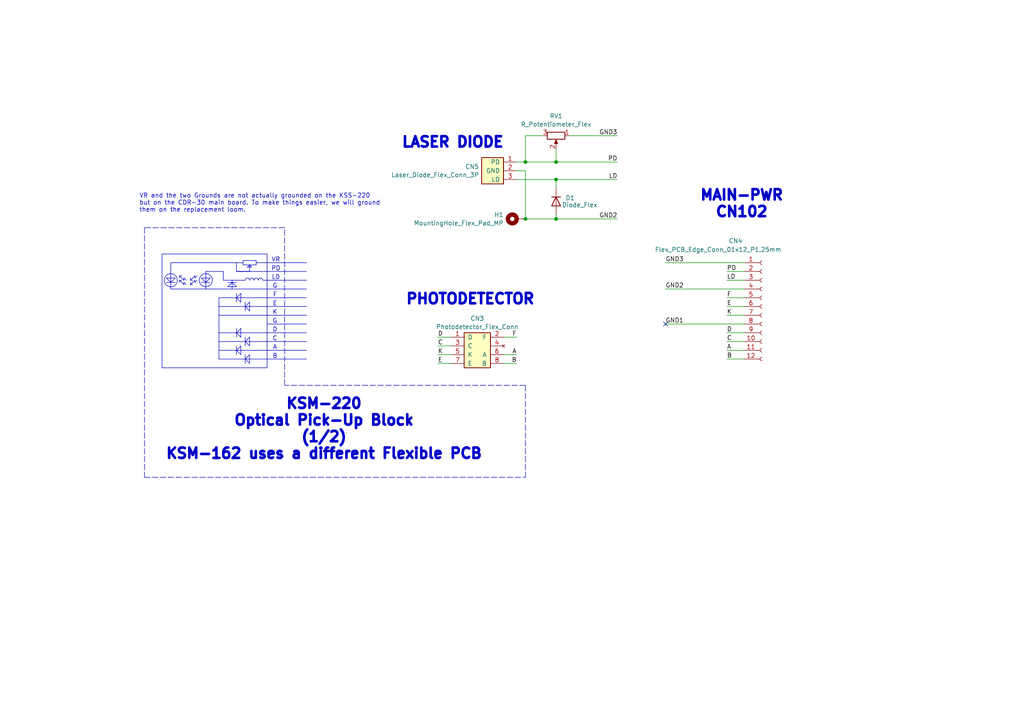
<source format=kicad_sch>
(kicad_sch (version 20231120) (generator "eeschema") (generator_version "8.0")
  (paper "A4")
  (title_block (title "KSS-220A Flexible PCB - Lens") (date "2024-08-17") (rev "0.1"))
  (lib_symbols
    (symbol "PC-Engine_CDR-30:Diode_Flex" (pin_numbers hide) (pin_names (offset 1.016) hide)
      (property "Reference" "D" (at 0 2.54 0))
      (property "Value" "Diode_Flex" (at 0 -2.54 0))
      (symbol "Diode_Flex_0_1"
        (polyline (pts (xy -1.27 1.27) (xy -1.27 -1.27)) (stroke (width 0.254)))
        (polyline (pts (xy 1.27 0) (xy -1.27 0)))
        (polyline (pts (xy 1.27 1.27) (xy 1.27 -1.27) (xy -1.27 0) (xy 1.27 1.27)) (stroke (width 0.254)))
      )
      (symbol "Diode_Flex_1_1"
        (pin passive line (at -3.81 0 0) (length 2.54) (name "K") (number "1"))
        (pin passive line (at 3.81 0 180) (length 2.54) (name "A") (number "2"))
      )
    )
    (symbol "PC-Engine_CDR-30:Flex_PCB_Edge_Conn_01x12_P1.25mm" (pin_names (offset 1.016) hide)
      (property "Reference" "CN?" (at -3.556 16.256 0))
      (property "Value" "Flex_PCB_Edge_Conn_01x12_P1.25mm" (at 0.254 -20.32 0))
      (symbol "Flex_PCB_Edge_Conn_01x12_P1.25mm_1_1"
        (arc (start 0 -14.732) (mid -0.5058 -15.24) (end 0 -15.748) (stroke (width 0.1524)))
        (arc (start 0 -12.192) (mid -0.5058 -12.7) (end 0 -13.208) (stroke (width 0.1524)))
        (arc (start 0 -9.652) (mid -0.5058 -10.16) (end 0 -10.668) (stroke (width 0.1524)))
        (arc (start 0 -7.112) (mid -0.5058 -7.62) (end 0 -8.128) (stroke (width 0.1524)))
        (arc (start 0 -4.572) (mid -0.5058 -5.08) (end 0 -5.588) (stroke (width 0.1524)))
        (arc (start 0 -2.032) (mid -0.5058 -2.54) (end 0 -3.048) (stroke (width 0.1524)))
        (polyline (pts (xy -1.27 -15.24) (xy -0.508 -15.24)) (stroke (width 0.1524)))
        (polyline (pts (xy -1.27 -12.7) (xy -0.508 -12.7)) (stroke (width 0.1524)))
        (polyline (pts (xy -1.27 -10.16) (xy -0.508 -10.16)) (stroke (width 0.1524)))
        (polyline (pts (xy -1.27 -7.62) (xy -0.508 -7.62)) (stroke (width 0.1524)))
        (polyline (pts (xy -1.27 -5.08) (xy -0.508 -5.08)) (stroke (width 0.1524)))
        (polyline (pts (xy -1.27 -2.54) (xy -0.508 -2.54)) (stroke (width 0.1524)))
        (polyline (pts (xy -1.27 0) (xy -0.508 0)) (stroke (width 0.1524)))
        (polyline (pts (xy -1.27 2.54) (xy -0.508 2.54)) (stroke (width 0.1524)))
        (polyline (pts (xy -1.27 5.08) (xy -0.508 5.08)) (stroke (width 0.1524)))
        (polyline (pts (xy -1.27 7.62) (xy -0.508 7.62)) (stroke (width 0.1524)))
        (polyline (pts (xy -1.27 10.16) (xy -0.508 10.16)) (stroke (width 0.1524)))
        (polyline (pts (xy -1.27 12.7) (xy -0.508 12.7)) (stroke (width 0.1524)))
        (arc (start 0 0.508) (mid -0.5058 0) (end 0 -0.508) (stroke (width 0.1524)))
        (arc (start 0 3.048) (mid -0.5058 2.54) (end 0 2.032) (stroke (width 0.1524)))
        (arc (start 0 5.588) (mid -0.5058 5.08) (end 0 4.572) (stroke (width 0.1524)))
        (arc (start 0 8.128) (mid -0.5058 7.62) (end 0 7.112) (stroke (width 0.1524)))
        (arc (start 0 10.668) (mid -0.5058 10.16) (end 0 9.652) (stroke (width 0.1524)))
        (arc (start 0 13.208) (mid -0.5058 12.7) (end 0 12.192) (stroke (width 0.1524)))
        (pin passive line (at -5.08 12.7 0) (length 3.81) (name "Pin_1") (number "1"))
        (pin passive line (at -5.08 -10.16 0) (length 3.81) (name "Pin_10") (number "10"))
        (pin passive line (at -5.08 -12.7 0) (length 3.81) (name "Pin_11") (number "11"))
        (pin passive line (at -5.08 -15.24 0) (length 3.81) (name "Pin_12") (number "12"))
        (pin passive line (at -5.08 10.16 0) (length 3.81) (name "Pin_2") (number "2"))
        (pin passive line (at -5.08 7.62 0) (length 3.81) (name "Pin_3") (number "3"))
        (pin passive line (at -5.08 5.08 0) (length 3.81) (name "Pin_4") (number "4"))
        (pin passive line (at -5.08 2.54 0) (length 3.81) (name "Pin_5") (number "5"))
        (pin passive line (at -5.08 0 0) (length 3.81) (name "Pin_6") (number "6"))
        (pin passive line (at -5.08 -2.54 0) (length 3.81) (name "Pin_7") (number "7"))
        (pin passive line (at -5.08 -5.08 0) (length 3.81) (name "Pin_8") (number "8"))
        (pin passive line (at -5.08 -7.62 0) (length 3.81) (name "Pin_9") (number "9"))
      )
    )
    (symbol "PC-Engine_CDR-30:Laser_Diode_Flex_Conn_3P" (pin_names (offset 1.016))
      (property "Reference" "CN" (at 0 5.08 0))
      (property "Value" "Laser_Diode_Flex_Conn_3P" (at 0 -5.08 0))
      (symbol "Laser_Diode_Flex_Conn_3P_1_1"
        (rectangle (start -1.27 3.81) (end 5.08 -3.81) (stroke (width 0.254)) (fill (type background)))
        (pin passive line (at -5.08 2.54 0) (length 3.81) (name "PD") (number "1"))
        (pin passive line (at -5.08 0 0) (length 3.81) (name "GND") (number "2"))
        (pin passive line (at -5.08 -2.54 0) (length 3.81) (name "LD") (number "3"))
      )
    )
    (symbol "PC-Engine_CDR-30:MountingHole_Flex_Pad_MP" (pin_numbers hide) (pin_names (offset 1.016) hide) (exclude_from_sim yes) (in_bom no)
      (property "Reference" "H" (at 0 6.35 0))
      (property "Value" "MountingHole_Flex_Pad_MP" (at 0 4.445 0))
      (symbol "MountingHole_Flex_Pad_MP_0_1"
        (circle (center 0 1.27) (radius 1.27) (stroke (width 1.27)))
      )
      (symbol "MountingHole_Flex_Pad_MP_1_1"
        (pin input line (at 0 -2.54 90) (length 2.54) (name "MP") (number "MP"))
      )
    )
    (symbol "PC-Engine_CDR-30:Photodetector_Flex_Conn" (pin_names (offset 1.016))
      (property "Reference" "CN" (at 0 6.35 0))
      (property "Value" "Photodetector_Flex_Conn" (at 0 -6.35 0))
      (symbol "Photodetector_Flex_Conn_1_1"
        (rectangle (start -3.81 5.08) (end 3.81 -5.08) (stroke (width 0.254)) (fill (type background)))
        (pin passive line (at -7.62 3.81 0) (length 3.81) (name "D") (number "1"))
        (pin passive line (at 7.62 3.81 180) (length 3.81) (name "F") (number "2"))
        (pin passive line (at -7.62 1.27 0) (length 3.81) (name "C") (number "3"))
        (pin no_connect line (at 7.62 1.27 180) (length 3.81) (name "") (number "4"))
        (pin passive line (at -7.62 -1.27 0) (length 3.81) (name "K") (number "5"))
        (pin passive line (at 7.62 -1.27 180) (length 3.81) (name "A") (number "6"))
        (pin passive line (at -7.62 -3.81 0) (length 3.81) (name "E") (number "7"))
        (pin passive line (at 7.62 -3.81 180) (length 3.81) (name "B") (number "8"))
      )
    )
    (symbol "PC-Engine_CDR-30:R_Potentiometer_Flex" (pin_names (offset 1.016) hide)
      (property "Reference" "RV" (at -4.445 0 90))
      (property "Value" "R_Potentiometer_Flex" (at -2.54 0 90))
      (symbol "R_Potentiometer_Flex_0_1"
        (polyline (pts (xy 2.54 0) (xy 1.524 0)))
        (polyline (pts (xy 1.143 0) (xy 2.286 0.508) (xy 2.286 -0.508) (xy 1.143 0)) (fill (type outline)))
        (rectangle (start 1.016 2.54) (end -1.016 -2.54) (stroke (width 0.254)))
      )
      (symbol "R_Potentiometer_Flex_1_1"
        (pin passive line (at 0 3.81 270) (length 1.27) (name "1") (number "1"))
        (pin passive line (at 3.81 0 180) (length 1.27) (name "2") (number "2"))
        (pin passive line (at 0 -3.81 90) (length 1.27) (name "3") (number "3"))
      )
    )
  )
  (junction (at 161.29 63.5))
  (junction (at 152.4 46.99))
  (junction (at 161.29 52.07))
  (junction (at 161.29 46.99))
  (junction (at 152.4 63.5))
  (no_connect (at 193.04 93.98))
  (polyline (pts (xy 53.34 81.915) (xy 53.34 82.55)))
  (polyline (pts (xy 69.85 100.33) (xy 69.85 102.87)))
  (polyline (pts (xy 63.5 93.98) (xy 63.5 96.52)))
  (polyline (pts (xy 71.12 87.63) (xy 71.12 90.17)))
  (polyline (pts (xy 68.58 96.52) (xy 69.85 97.79)))
  (polyline (pts (xy 72.39 102.87) (xy 72.39 105.41)))
  (polyline (pts (xy 71.12 88.9) (xy 72.39 87.63)))
  (polyline (pts (xy 52.07 81.28) (xy 52.07 81.915)))
  (polyline (pts (xy 56.515 80.01) (xy 55.245 81.28)))
  (polyline (pts (xy 57.15 80.01) (xy 56.515 80.645)))
  (polyline (pts (xy 74.295 76.2) (xy 88.9 76.2)))
  (polyline (pts (xy 63.5 101.6) (xy 88.9 101.6)))
  (polyline (pts (xy 71.755 77.47) (xy 73.025 77.47)))
  (polyline (pts (xy 63.5 88.9) (xy 88.9 88.9)))
  (polyline (pts (xy 64.77 81.28) (xy 67.31 81.28)))
  (polyline (pts (xy 82.55 66.04) (xy 41.91 66.04)) (stroke (width 0) (type dash)))
  (polyline (pts (xy 68.58 101.6) (xy 69.85 102.87)))
  (polyline (pts (xy 48.26 81.915) (xy 50.8 81.915)))
  (wire (pts (xy 127 97.79) (xy 130.81 97.79)))
  (wire (pts (xy 127 102.87) (xy 130.81 102.87)))
  (wire (pts (xy 215.9 83.82) (xy 193.04 83.82)))
  (wire (pts (xy 152.4 49.53) (xy 149.86 49.53)))
  (polyline (pts (xy 69.85 95.25) (xy 69.85 97.79)))
  (polyline (pts (xy 67.31 81.915) (xy 66.04 83.185)))
  (wire (pts (xy 215.9 78.74) (xy 210.82 78.74)))
  (polyline (pts (xy 77.47 83.82) (xy 88.9 83.82)))
  (wire (pts (xy 215.9 96.52) (xy 210.82 96.52)))
  (polyline (pts (xy 53.975 82.55) (xy 53.34 81.915)))
  (wire (pts (xy 152.4 39.37) (xy 152.4 46.99)))
  (wire (pts (xy 127 100.33) (xy 130.81 100.33)))
  (polyline (pts (xy 71.12 88.9) (xy 72.39 90.17)))
  (polyline (pts (xy 63.5 96.52) (xy 88.9 96.52)))
  (polyline (pts (xy 69.85 85.09) (xy 69.85 87.63)))
  (polyline (pts (xy 59.69 78.74) (xy 59.69 83.82)))
  (wire (pts (xy 215.9 76.2) (xy 193.04 76.2)))
  (wire (pts (xy 149.86 105.41) (xy 146.05 105.41)))
  (polyline (pts (xy 48.26 80.645) (xy 50.8 80.645)))
  (polyline (pts (xy 72.39 97.79) (xy 72.39 100.33)))
  (polyline (pts (xy 63.5 99.06) (xy 88.9 99.06)))
  (polyline (pts (xy 67.31 83.82) (xy 67.31 81.28)))
  (polyline (pts (xy 88.9 78.74) (xy 68.58 78.74)))
  (polyline (pts (xy 68.58 86.36) (xy 69.85 85.09)))
  (polyline (pts (xy 68.58 100.33) (xy 68.58 102.87)))
  (polyline (pts (xy 68.58 78.74) (xy 72.39 78.74)))
  (polyline (pts (xy 68.58 101.6) (xy 69.85 100.33)))
  (polyline (pts (xy 72.39 76.835) (xy 73.025 77.47)))
  (polyline (pts (xy 59.69 78.74) (xy 64.77 78.74)))
  (polyline (pts (xy 57.15 81.28) (xy 56.515 81.915)))
  (wire (pts (xy 152.4 49.53) (xy 152.4 63.5)))
  (wire (pts (xy 161.29 63.5) (xy 152.4 63.5)))
  (wire (pts (xy 215.9 93.98) (xy 193.04 93.98)))
  (wire (pts (xy 157.48 39.37) (xy 152.4 39.37)))
  (polyline (pts (xy 49.53 76.2) (xy 49.53 78.74)))
  (polyline (pts (xy 64.77 78.74) (xy 64.77 81.28)))
  (polyline (pts (xy 52.705 80.01) (xy 52.07 80.01)))
  (polyline (pts (xy 68.58 81.915) (xy 66.04 81.915)))
  (wire (pts (xy 179.07 39.37) (xy 165.1 39.37)))
  (polyline (pts (xy 58.42 80.645) (xy 60.96 80.645)))
  (polyline (pts (xy 71.12 99.06) (xy 72.39 97.79)))
  (polyline (pts (xy 53.34 80.645) (xy 53.34 81.28)))
  (polyline (pts (xy 52.07 80.01) (xy 52.07 80.645)))
  (wire (pts (xy 127 105.41) (xy 130.81 105.41)))
  (polyline (pts (xy 152.4 111.76) (xy 152.4 138.43)) (stroke (width 0) (type dash)))
  (polyline (pts (xy 53.975 81.28) (xy 53.34 80.645)))
  (polyline (pts (xy 76.2 81.28) (xy 88.9 81.28)))
  (polyline (pts (xy 71.12 97.79) (xy 71.12 100.33)))
  (wire (pts (xy 215.9 104.14) (xy 210.82 104.14)))
  (wire (pts (xy 161.29 46.99) (xy 161.29 43.18)))
  (polyline (pts (xy 63.5 104.14) (xy 63.5 96.52)))
  (polyline (pts (xy 152.4 111.76) (xy 82.55 111.76)) (stroke (width 0) (type dash)))
  (polyline (pts (xy 77.47 93.98) (xy 88.9 93.98)))
  (polyline (pts (xy 56.515 81.28) (xy 55.245 82.55)))
  (wire (pts (xy 215.9 101.6) (xy 210.82 101.6)))
  (polyline (pts (xy 68.58 85.09) (xy 68.58 87.63)))
  (polyline (pts (xy 49.53 78.74) (xy 49.53 83.82)))
  (polyline (pts (xy 68.58 76.2) (xy 68.58 78.74)))
  (polyline (pts (xy 59.69 81.915) (xy 60.96 80.645)))
  (polyline (pts (xy 55.245 82.55) (xy 55.245 81.915)))
  (polyline (pts (xy 55.88 81.28) (xy 55.245 81.28)))
  (polyline (pts (xy 56.515 81.915) (xy 56.515 81.28)))
  (polyline (pts (xy 67.31 81.28) (xy 71.12 81.28)))
  (polyline (pts (xy 68.58 95.25) (xy 68.58 97.79)))
  (polyline (pts (xy 49.53 81.915) (xy 50.8 80.645)))
  (wire (pts (xy 210.82 91.44) (xy 215.9 91.44)))
  (polyline (pts (xy 53.34 82.55) (xy 52.07 81.28)))
  (polyline (pts (xy 71.12 104.14) (xy 72.39 102.87)))
  (polyline (pts (xy 72.39 76.835) (xy 72.39 78.74)))
  (polyline (pts (xy 88.9 104.14) (xy 63.5 104.14)))
  (wire (pts (xy 210.82 86.36) (xy 215.9 86.36)))
  (polyline (pts (xy 55.88 82.55) (xy 55.245 82.55)))
  (polyline (pts (xy 63.5 86.36) (xy 88.9 86.36)))
  (polyline (pts (xy 71.12 99.06) (xy 72.39 100.33)))
  (polyline (pts (xy 63.5 93.98) (xy 63.5 86.36)))
  (polyline (pts (xy 49.53 81.915) (xy 48.26 80.645)))
  (wire (pts (xy 152.4 46.99) (xy 149.86 46.99)))
  (polyline (pts (xy 63.5 91.44) (xy 88.9 91.44)))
  (polyline (pts (xy 82.55 111.76) (xy 82.55 66.04)) (stroke (width 0) (type dash)))
  (wire (pts (xy 149.86 97.79) (xy 146.05 97.79)))
  (wire (pts (xy 161.29 62.23) (xy 161.29 63.5)))
  (polyline (pts (xy 67.31 81.915) (xy 68.58 83.185)))
  (polyline (pts (xy 49.53 83.82) (xy 77.47 83.82)))
  (polyline (pts (xy 49.53 76.2) (xy 70.485 76.2)))
  (wire (pts (xy 161.29 52.07) (xy 161.29 54.61)))
  (wire (pts (xy 149.86 102.87) (xy 146.05 102.87)))
  (polyline (pts (xy 41.91 66.04) (xy 41.91 138.43)) (stroke (width 0) (type dash)))
  (polyline (pts (xy 68.58 96.52) (xy 69.85 95.25)))
  (polyline (pts (xy 56.515 80.645) (xy 56.515 80.01)))
  (polyline (pts (xy 68.58 86.36) (xy 69.85 87.63)))
  (polyline (pts (xy 71.12 102.87) (xy 71.12 105.41)))
  (wire (pts (xy 210.82 88.9) (xy 215.9 88.9)))
  (wire (pts (xy 179.07 46.99) (xy 161.29 46.99)))
  (wire (pts (xy 179.07 52.07) (xy 161.29 52.07)))
  (polyline (pts (xy 71.12 104.14) (xy 72.39 105.41)))
  (polyline (pts (xy 53.34 81.28) (xy 52.07 80.01)))
  (polyline (pts (xy 58.42 81.915) (xy 60.96 81.915)))
  (polyline (pts (xy 55.245 81.28) (xy 55.245 80.645)))
  (polyline (pts (xy 59.69 81.915) (xy 58.42 80.645)))
  (polyline (pts (xy 41.91 138.43) (xy 152.4 138.43)) (stroke (width 0) (type dash)))
  (polyline (pts (xy 52.705 81.28) (xy 52.07 81.28)))
  (wire (pts (xy 179.07 63.5) (xy 161.29 63.5)))
  (polyline (pts (xy 72.39 87.63) (xy 72.39 90.17)))
  (wire (pts (xy 215.9 99.06) (xy 210.82 99.06)))
  (wire (pts (xy 215.9 81.28) (xy 210.82 81.28)))
  (wire (pts (xy 161.29 52.07) (xy 149.86 52.07)))
  (wire (pts (xy 161.29 46.99) (xy 152.4 46.99)))
  (polyline (pts (xy 71.755 77.47) (xy 72.39 76.835)))
  (polyline (pts (xy 68.58 83.185) (xy 66.04 83.185)))
  (arc (start 72.39 81.28) (mid 73.025 80.645) (end 73.66 81.28))
  (arc (start 71.12 81.28) (mid 71.755 80.645) (end 72.39 81.28))
  (arc (start 74.93 81.28) (mid 75.565 80.645) (end 76.2 81.28))
  (arc (start 73.66 81.28) (mid 74.295 80.645) (end 74.93 81.28))
  (circle (center 59.69 81.28) (radius 1.905))
  (rectangle (start 70.485 75.565) (end 74.295 76.835))
  (circle (center 49.53 81.28) (radius 1.905))
  (rectangle (start 46.99 73.66) (end 77.47 106.68))
  (text "PHOTODETECTOR" (at 136.398 86.868 0) (effects (font (size 3 3) (thickness 1) (bold yes))))
  (text "G" (at 79.756 83.058 0) (effects (font (size 1.27 1.27))))
  (text "B" (at 79.756 103.378 0) (effects (font (size 1.27 1.27))))
  (text "PD" (at 80.01 77.978 0) (effects (font (size 1.27 1.27))))
  (text "KSM-220\nOptical Pick-Up Block\n(1/2)\nKSM-162 uses a different Flexible PCB" (at 93.98 124.46 0) (effects (font (size 3 3) (thickness 1) (bold yes))))
  (text "LASER DIODE" (at 131.318 41.402 0) (effects (font (size 3 3) (thickness 1) (bold yes))))
  (text "E" (at 79.756 88.138 0) (effects (font (size 1.27 1.27))))
  (text "MAIN-PWR\nCN102" (at 215.138 59.182 0) (effects (font (size 3 3) (thickness 1) (bold yes))))
  (text "VR" (at 80.01 75.438 0) (effects (font (size 1.27 1.27))))
  (text "G" (at 79.756 93.218 0) (effects (font (size 1.27 1.27))))
  (text "C" (at 79.756 98.298 0) (effects (font (size 1.27 1.27))))
  (text "VR and the two Grounds are not actually grounded on the KSS-220\nbut on the CDR-30 main board. To make things easier, we will ground\nthem on the replacement loom.\n" (at 40.386 61.722 0) (effects (font (size 1.27 1.27)) (justify left bottom)))
  (text "A" (at 79.756 100.838 0) (effects (font (size 1.27 1.27))))
  (text "D" (at 79.756 95.758 0) (effects (font (size 1.27 1.27))))
  (text "LD" (at 80.01 80.518 0) (effects (font (size 1.27 1.27))))
  (text "K" (at 79.756 90.678 0) (effects (font (size 1.27 1.27))))
  (text "F" (at 79.756 85.598 0) (effects (font (size 1.27 1.27))))
  (label "B" (at 149.86 105.41 180))
  (label "LD" (at 210.82 81.28 0))
  (label "A" (at 149.86 102.87 180))
  (label "A" (at 210.82 101.6 0))
  (label "D" (at 210.82 96.52 0))
  (label "GND3" (at 193.04 76.2 0))
  (label "PD" (at 179.07 46.99 180))
  (label "C" (at 127 100.33 0))
  (label "GND1" (at 193.04 93.98 0))
  (label "LD" (at 179.07 52.07 180))
  (label "PD" (at 210.82 78.74 0))
  (label "GND2" (at 179.07 63.5 180))
  (label "F" (at 149.86 97.79 180))
  (label "K" (at 127 102.87 0))
  (label "F" (at 210.82 86.36 0))
  (label "E" (at 210.82 88.9 0))
  (label "GND2" (at 193.04 83.82 0))
  (label "E" (at 127 105.41 0))
  (label "B" (at 210.82 104.14 0))
  (label "D" (at 127 97.79 0))
  (label "GND3" (at 179.07 39.37 180))
  (label "C" (at 210.82 99.06 0))
  (label "K" (at 210.82 91.44 0))
  (symbol (lib_id "PC-Engine_CDR-30:Photodetector_Flex_Conn") (at 138.43 101.6 0) (unit 1)
    (property "Reference" "CN3" (at 138.43 92.3755 0))
    (property "Value" "Photodetector_Flex_Conn" (at 138.43 94.7998 0))
    (property "Footprint" "PC-Engine_CDR-30A:FLEX_SOIC-LIKE_8_3.9x4.9mm_P1.27mm" (effects (hide yes)))
    (property "Description" "Photodetector Flex Conn 02x04 Odd_Even 8Pos 1.27mm pitch" (effects (hide yes)))
  )
  (symbol (lib_id "PC-Engine_CDR-30:R_Potentiometer_Flex") (at 161.29 39.37 270) (unit 1)
    (property "Reference" "RV1" (at 161.29 33.6437 90))
    (property "Value" "R_Potentiometer_Flex" (at 161.29 36.068 90))
    (property "Footprint" "PC-Engine_CDR-30A:Potentiometer_Flex_Pads" (effects (hide yes)))
    (property "Description" "Potentiometer on lens flex PCB" (effects (hide yes)))
  )
  (symbol (lib_id "PC-Engine_CDR-30:Diode_Flex") (at 161.29 58.42 270) (unit 1)
    (property "Reference" "D1" (at 165.354 57.404 90))
    (property "Value" "Diode_Flex" (at 168.148 59.436 90))
    (property "Footprint" "PC-Engine_CDR-30A:Diode_Flex_Pads" (effects (hide yes)))
    (property "Description" "Diode" (effects (hide yes)))
    (property "Sim.Device" "D" (effects (hide yes)))
    (property "Sim.Pins" "1=K 2=A" (effects (hide yes)))
  )
  (symbol (lib_id "PC-Engine_CDR-30:Flex_PCB_Edge_Conn_01x12_P1.25mm") (at 220.98 88.9 0) (unit 1)
    (property "Reference" "CN4" (at 213.36 69.85 0))
    (property "Value" "Flex_PCB_Edge_Conn_01x12_P1.25mm" (at 208.28 72.39 0))
    (property "Footprint" "PC-Engine_CDR-30A:Flexible_PCB_Conn_1x12_P1.25mm" (effects (hide yes)))
    (property "Description" "Flex PCB Edge connector, 12 Pos, 1.25mm Pitch" (effects (hide yes)))
  )
  (symbol (lib_id "PC-Engine_CDR-30:MountingHole_Flex_Pad_MP") (at 149.86 63.5 90) (mirror x) (unit 1) (exclude_from_sim yes) (in_bom no)
    (property "Reference" "H1" (at 146.05 62.2878 90) (effects (justify left)))
    (property "Value" "MountingHole_Flex_Pad_MP" (at 146.05 64.7121 90) (effects (justify left)))
    (property "Footprint" "PC-Engine_CDR-30A:MountingHole_1.6mm_Pad" (effects (hide yes)))
    (property "Description" "Mounting Hole with connection as pad named MP" (effects (hide yes)))
  )
  (symbol (lib_id "PC-Engine_CDR-30:Laser_Diode_Flex_Conn_3P") (at 144.78 49.53 0) (mirror y) (unit 1)
    (property "Reference" "CN5" (at 138.938 48.3178 0) (effects (justify left)))
    (property "Value" "Laser_Diode_Flex_Conn_3P" (at 138.938 50.7421 0) (effects (justify left)))
    (property "Footprint" "PC-Engine_CDR-30A:Laser_Diode_Pads" (effects (hide yes)))
    (property "Description" "Laser Diode Flex Conn 3P" (effects (hide yes)))
  )
)
</source>
